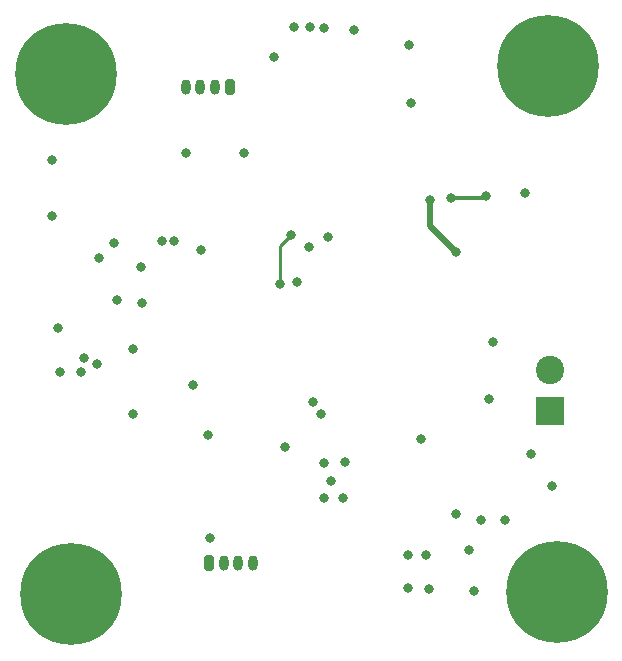
<source format=gbr>
%TF.GenerationSoftware,KiCad,Pcbnew,7.0.2*%
%TF.CreationDate,2023-06-15T10:28:23+05:30*%
%TF.ProjectId,stm32,73746d33-322e-46b6-9963-61645f706362,rev?*%
%TF.SameCoordinates,Original*%
%TF.FileFunction,Copper,L4,Bot*%
%TF.FilePolarity,Positive*%
%FSLAX46Y46*%
G04 Gerber Fmt 4.6, Leading zero omitted, Abs format (unit mm)*
G04 Created by KiCad (PCBNEW 7.0.2) date 2023-06-15 10:28:23*
%MOMM*%
%LPD*%
G01*
G04 APERTURE LIST*
G04 Aperture macros list*
%AMRoundRect*
0 Rectangle with rounded corners*
0 $1 Rounding radius*
0 $2 $3 $4 $5 $6 $7 $8 $9 X,Y pos of 4 corners*
0 Add a 4 corners polygon primitive as box body*
4,1,4,$2,$3,$4,$5,$6,$7,$8,$9,$2,$3,0*
0 Add four circle primitives for the rounded corners*
1,1,$1+$1,$2,$3*
1,1,$1+$1,$4,$5*
1,1,$1+$1,$6,$7*
1,1,$1+$1,$8,$9*
0 Add four rect primitives between the rounded corners*
20,1,$1+$1,$2,$3,$4,$5,0*
20,1,$1+$1,$4,$5,$6,$7,0*
20,1,$1+$1,$6,$7,$8,$9,0*
20,1,$1+$1,$8,$9,$2,$3,0*%
G04 Aperture macros list end*
%TA.AperFunction,ComponentPad*%
%ADD10RoundRect,0.200000X-0.200000X-0.450000X0.200000X-0.450000X0.200000X0.450000X-0.200000X0.450000X0*%
%TD*%
%TA.AperFunction,ComponentPad*%
%ADD11O,0.800000X1.300000*%
%TD*%
%TA.AperFunction,ComponentPad*%
%ADD12R,2.400000X2.400000*%
%TD*%
%TA.AperFunction,ComponentPad*%
%ADD13C,2.400000*%
%TD*%
%TA.AperFunction,ComponentPad*%
%ADD14C,0.900000*%
%TD*%
%TA.AperFunction,ComponentPad*%
%ADD15C,8.600000*%
%TD*%
%TA.AperFunction,ComponentPad*%
%ADD16RoundRect,0.200000X0.200000X0.450000X-0.200000X0.450000X-0.200000X-0.450000X0.200000X-0.450000X0*%
%TD*%
%TA.AperFunction,ViaPad*%
%ADD17C,0.800000*%
%TD*%
%TA.AperFunction,Conductor*%
%ADD18C,0.300000*%
%TD*%
%TA.AperFunction,Conductor*%
%ADD19C,0.250000*%
%TD*%
%TA.AperFunction,Conductor*%
%ADD20C,0.500000*%
%TD*%
G04 APERTURE END LIST*
D10*
%TO.P,J3,1,Pin_1*%
%TO.N,+3.3V*%
X93657500Y-116682000D03*
D11*
%TO.P,J3,2,Pin_2*%
%TO.N,USART3_TX*%
X94907500Y-116682000D03*
%TO.P,J3,3,Pin_3*%
%TO.N,USART3_RX*%
X96157500Y-116682000D03*
%TO.P,J3,4,Pin_4*%
%TO.N,GND*%
X97407500Y-116682000D03*
%TD*%
D12*
%TO.P,J2,1,Pin_1*%
%TO.N,+12V*%
X122520000Y-103782000D03*
D13*
%TO.P,J2,2,Pin_2*%
%TO.N,GND*%
X122520000Y-100282000D03*
%TD*%
D14*
%TO.P,H1,1,1*%
%TO.N,GND*%
X119114581Y-74601581D03*
X120059162Y-72321162D03*
X120059162Y-76882000D03*
X122339581Y-71376581D03*
D15*
X122339581Y-74601581D03*
D14*
X122339581Y-77826581D03*
X124620000Y-72321162D03*
X124620000Y-76882000D03*
X125564581Y-74601581D03*
%TD*%
%TO.P,H3,1,1*%
%TO.N,GND*%
X78735600Y-119316800D03*
X79680181Y-117036381D03*
X79680181Y-121597219D03*
X81960600Y-116091800D03*
D15*
X81960600Y-119316800D03*
D14*
X81960600Y-122541800D03*
X84241019Y-117036381D03*
X84241019Y-121597219D03*
X85185600Y-119316800D03*
%TD*%
%TO.P,H4,1,1*%
%TO.N,GND*%
X78314581Y-75251581D03*
X79259162Y-72971162D03*
X79259162Y-77532000D03*
X81539581Y-72026581D03*
D15*
X81539581Y-75251581D03*
D14*
X81539581Y-78476581D03*
X83820000Y-72971162D03*
X83820000Y-77532000D03*
X84764581Y-75251581D03*
%TD*%
D16*
%TO.P,J4,1,Pin_1*%
%TO.N,+3.3V*%
X95445000Y-76332000D03*
D11*
%TO.P,J4,2,Pin_2*%
%TO.N,I2C1_SCL*%
X94195000Y-76332000D03*
%TO.P,J4,3,Pin_3*%
%TO.N,I2C1_SDA*%
X92945000Y-76332000D03*
%TO.P,J4,4,Pin_4*%
%TO.N,GND*%
X91695000Y-76332000D03*
%TD*%
D14*
%TO.P,H2,1,1*%
%TO.N,GND*%
X119914581Y-119101581D03*
X120859162Y-116821162D03*
X120859162Y-121382000D03*
X123139581Y-115876581D03*
D15*
X123139581Y-119101581D03*
D14*
X123139581Y-122326581D03*
X125420000Y-116821162D03*
X125420000Y-121382000D03*
X126364581Y-119101581D03*
%TD*%
D17*
%TO.N,+3.3V*%
X110617000Y-72771000D03*
X99187000Y-73787000D03*
X101092000Y-92837000D03*
X104013000Y-109728000D03*
X90678000Y-89408000D03*
%TO.N,GND*%
X114194500Y-85781500D03*
X117094000Y-85598000D03*
X120396000Y-85344000D03*
X102108000Y-89916000D03*
X103759000Y-89027000D03*
X114554000Y-112522000D03*
X116078000Y-118999000D03*
X115697000Y-115570000D03*
X122682000Y-110109000D03*
X117729000Y-97917000D03*
X120904000Y-107442000D03*
X111633000Y-106172000D03*
X117348000Y-102743000D03*
X103124000Y-104013000D03*
X100076000Y-106807000D03*
X87249000Y-104013000D03*
X92329000Y-101600000D03*
X87249000Y-98552000D03*
X83058000Y-99314000D03*
X84201000Y-99822000D03*
X80899000Y-96774000D03*
X85852000Y-94361000D03*
X84328000Y-90805000D03*
X80391000Y-87249000D03*
X87884000Y-91567000D03*
X85598000Y-89535000D03*
X103378000Y-71374000D03*
X102235000Y-71247000D03*
X105918000Y-71501000D03*
X110744000Y-77724000D03*
%TO.N,+3.3V*%
X118745000Y-113030000D03*
X116713000Y-113030000D03*
X112268000Y-118872000D03*
X110490000Y-118745000D03*
X112014000Y-115951000D03*
X110490000Y-115951000D03*
X105029000Y-111125000D03*
X105156000Y-108077000D03*
X103378000Y-108204000D03*
X100838000Y-71247000D03*
X82804000Y-100457000D03*
X103378000Y-111125000D03*
X93726000Y-114554000D03*
X102489000Y-102997000D03*
X93599000Y-105791000D03*
X81026000Y-100457000D03*
X80391000Y-82550000D03*
X90678000Y-89408000D03*
X89662000Y-89408000D03*
%TO.N,+5V*%
X112395000Y-85882500D03*
X114554000Y-90297000D03*
%TO.N,SWDIO*%
X100584000Y-88900000D03*
X99725745Y-93001047D03*
%TO.N,GND*%
X92970500Y-90170000D03*
%TO.N,+3.3V*%
X88011000Y-94615000D03*
X91694000Y-81915000D03*
X96647000Y-81915000D03*
%TD*%
D18*
%TO.N,GND*%
X116910500Y-85781500D02*
X117094000Y-85598000D01*
X114194500Y-85781500D02*
X116910500Y-85781500D01*
D19*
%TO.N,+3.3V*%
X105156000Y-110998000D02*
X105029000Y-111125000D01*
X105029000Y-108204000D02*
X105156000Y-108077000D01*
D20*
%TO.N,+5V*%
X114554000Y-90297000D02*
X112395000Y-88138000D01*
X112395000Y-88138000D02*
X112395000Y-85882500D01*
D19*
%TO.N,SWDIO*%
X99695000Y-92970302D02*
X99725745Y-93001047D01*
X99695000Y-89789000D02*
X99695000Y-92970302D01*
X100584000Y-88900000D02*
X99695000Y-89789000D01*
%TD*%
M02*

</source>
